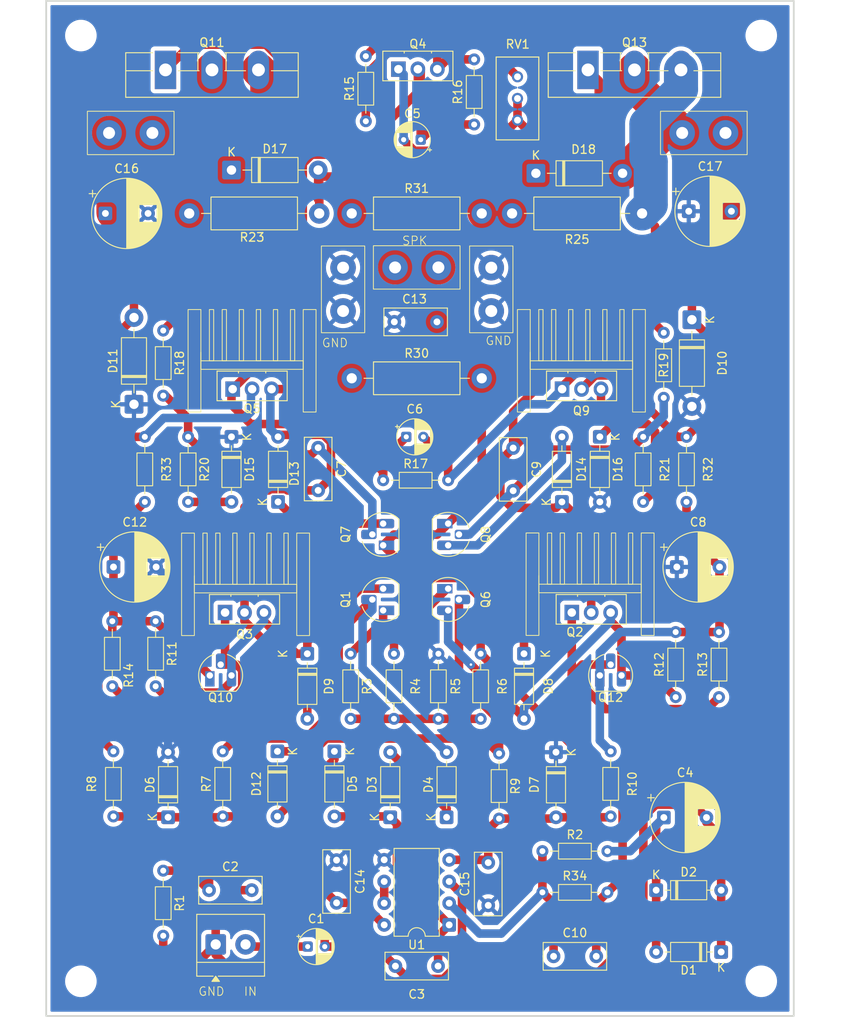
<source format=kicad_pcb>
(kicad_pcb (version 20241229) (generator "pcbnew") (generator_version "9.0")
  (layers (0 "F.Cu" signal) (2 "B.Cu" signal) (13 "F.Paste" user) (15 "B.Paste" user) (5 "F.SilkS" user "F.Silkscreen") (7 "B.SilkS" user "B.Silkscreen") (1 "F.Mask" user) (3 "B.Mask" user) (25 "Edge.Cuts" user))
  (net 0 "")
  (net 1 "Net-(D1-A)")
  (net 2 "GNDA")
  (net 3 "Net-(D3-A)")
  (net 4 "Net-(D3-K)")
  (net 5 "Net-(D4-A)")
  (net 6 "Net-(D8-A)")
  (net 7 "Net-(D12-A)")
  (net 8 "Net-(D9-K)")
  (net 9 "Net-(D14-K)")
  (net 10 "GND")
  (net 11 "Net-(J3-Pin_2)")
  (net 12 "Net-(Q1-E)")
  (net 13 "Net-(D13-A)")
  (net 14 "Net-(Q6-E)")
  (net 15 "/B-")
  (net 16 "Net-(Q7-B)")
  (net 17 "/B+")
  (net 18 "Net-(Q10-B)")
  (net 19 "Net-(Q12-B)")
  (net 20 "Net-(Q10-E)")
  (net 21 "Net-(Q11-E)")
  (net 22 "Net-(Q12-E)")
  (net 23 "Net-(Q13-E)")
  (net 24 "Net-(D12-K)")
  (net 25 "Net-(D13-K)")
  (net 26 "Net-(D14-A)")
  (net 27 "Net-(D15-A)")
  (net 28 "Net-(D16-K)")
  (net 29 "Net-(D17-A)")
  (net 30 "Net-(Q4-B)")
  (net 31 "Net-(Q11-B)")
  (net 32 "Net-(Q8-B)")
  (net 33 "Net-(Q13-B)")
  (net 34 "Net-(C13-Pad2)")
  (net 35 "/SPK")
  (net 36 "Net-(U1A-+)")
  (net 37 "Net-(U1A--)")
  (net 38 "Net-(R3-Pad2)")
  (net 39 "+15V")
  (net 40 "-15V")
  (net 41 "Net-(R15-Pad2)")
  (net 42 "Net-(U1B--)")
  (footprint "Resistor_THT:R_Axial_DIN0411_L9.9mm_D3.6mm_P15.24mm_Horizontal" (layer "F.Cu") (at 93.218 78.232)
    (property "Reference" "R30")
    (property "Value" "10")
  )
  (footprint "Custom:Heatsink" (layer "F.Cu") (at 81.534 75.184)
    (property "Reference" "REF**" (hide yes))
    (property "Value" "Heatsink")
  )
  (footprint "Package_TO_SOT_THT:TO-264-3_Vertical" (layer "F.Cu") (at 71.385 42.12)
    (property "Reference" "Q11")
    (property "Value" "MJL3281C")
  )
  (footprint "Capacitor_THT:C_Rect_L7.2mm_W3.0mm_P5.00mm_FKS2_FKP2_MKS2_MKP2" (layer "F.Cu") (at 109.22 139.954 90)
    (property "Reference" "C15")
    (property "Value" "100n")
  )
  (footprint "Diode_THT:D_DO-35_SOD27_P7.62mm_Horizontal" (layer "F.Cu") (at 88.011 110.49 -90)
    (property "Reference" "D9")
    (property "Value" "1N4148")
  )
  (footprint "Resistor_THT:R_Axial_DIN0204_L3.6mm_D1.6mm_P7.62mm_Horizontal" (layer "F.Cu") (at 96.901 90.17)
    (property "Reference" "R17")
    (property "Value" "100")
  )
  (footprint "Custom:Spade Connector" (layer "F.Cu") (at 134.493 44.423)
    (property "Reference" "J5" (hide yes))
    (property "Value" "B-")
  )
  (footprint "Resistor_THT:R_Axial_DIN0204_L3.6mm_D1.6mm_P7.62mm_Horizontal" (layer "F.Cu") (at 107.569 48.514 90)
    (property "Reference" "R16")
    (property "Value" "2.7k")
  )
  (footprint "Capacitor_THT:C_Rect_L7.2mm_W3.0mm_P5.00mm_FKS2_FKP2_MKS2_MKP2" (layer "F.Cu") (at 98.211 71.628)
    (property "Reference" "C13")
    (property "Value" "100n")
  )
  (footprint "Package_TO_SOT_THT:TO-126-3_Vertical" (layer "F.Cu") (at 79.26 79.502)
    (property "Reference" "Q5")
    (property "Value" "BD139")
  )
  (footprint "Diode_THT:D_DO-35_SOD27_P7.62mm_Horizontal" (layer "F.Cu") (at 128.905 138.176)
    (property "Reference" "D2")
    (property "Value" "1N4148")
  )
  (footprint "Capacitor_THT:C_Rect_L7.2mm_W3.0mm_P5.00mm_FKS2_FKP2_MKS2_MKP2" (layer "F.Cu") (at 98.338 147.066)
    (property "Reference" "C3")
    (property "Value" "22p")
  )
  (footprint "Diode_THT:D_DO-41_SOD81_P10.16mm_Horizontal" (layer "F.Cu") (at 79.121 53.848)
    (property "Reference" "D17")
    (property "Value" "1N4004")
  )
  (footprint "Resistor_THT:R_Axial_DIN0204_L3.6mm_D1.6mm_P7.62mm_Horizontal" (layer "F.Cu") (at 136.271 115.57 90)
    (property "Reference" "R13")
    (property "Value" "33")
  )
  (footprint "Package_TO_SOT_THT:TO-92_HandSolder" (layer "F.Cu") (at 96.901 105.41 90)
    (property "Reference" "Q1")
    (property "Value" "2N5551")
  )
  (footprint "Diode_THT:D_DO-41_SOD81_P10.16mm_Horizontal" (layer "F.Cu") (at 67.691 81.28 90)
    (property "Reference" "D11")
    (property "Value" "1N4004")
  )
  (footprint "Capacitor_THT:CP_Radial_D8.0mm_P5.00mm" (layer "F.Cu") (at 129.804349 129.667)
    (property "Reference" "C4")
    (property "Value" "220u")
  )
  (footprint "Resistor_THT:R_Axial_DIN0204_L3.6mm_D1.6mm_P7.62mm_Horizontal" (layer "F.Cu") (at 94.869 48.133 90)
    (property "Reference" "R15")
    (property "Value" "1k")
  )
  (footprint "Resistor_THT:R_Axial_DIN0204_L3.6mm_D1.6mm_P7.62mm_Horizontal" (layer "F.Cu") (at 115.57 138.43)
    (property "Reference" "R34")
    (property "Value" "33k")
  )
  (footprint "Custom:Spade Connector" (layer "F.Cu") (at 87.122 67.818 90)
    (property "Reference" "J6" (hide yes))
    (property "Value" "GND")
  )
  (footprint "Diode_THT:D_DO-35_SOD27_P7.62mm_Horizontal" (layer "F.Cu") (at 117.856 92.71 90)
    (property "Reference" "D14")
    (property "Value" "1N4148")
  )
  (footprint "Diode_THT:D_DO-35_SOD27_P7.62mm_Horizontal" (layer "F.Cu") (at 113.411 110.49 -90)
    (property "Reference" "D8")
    (property "Value" "1N4148")
  )
  (footprint "Package_TO_SOT_THT:TO-126-3_Vertical" (layer "F.Cu") (at 78.371 105.664)
    (property "Reference" "Q3")
    (property "Value" "BD140")
  )
  (footprint "Resistor_THT:R_Axial_DIN0204_L3.6mm_D1.6mm_P7.62mm_Horizontal" (layer "F.Cu") (at 108.331 118.11 90)
    (property "Reference" "R6")
    (property "Value" "1k")
  )
  (footprint "Capacitor_THT:CP_Radial_D4.0mm_P2.00mm" (layer "F.Cu") (at 88.054401 144.78)
    (property "Reference" "C1")
    (property "Value" "10u")
  )
  (footprint "Diode_THT:D_DO-41_SOD81_P10.16mm_Horizontal" (layer "F.Cu") (at 114.808 54.229)
    (property "Reference" "D18")
    (property "Value" "1N4004")
  )
  (footprint "Resistor_THT:R_Axial_DIN0204_L3.6mm_D1.6mm_P7.62mm_Horizontal" (layer "F.Cu") (at 123.571 129.54 90)
    (property "Reference" "R10")
    (property "Value" "4.7k")
  )
  (footprint "Resistor_THT:R_Axial_DIN0204_L3.6mm_D1.6mm_P7.62mm_Horizontal" (layer "F.Cu") (at 132.461 92.71 90)
    (property "Reference" "R32")
    (property "Value" "33")
  )
  (footprint "Diode_THT:D_DO-35_SOD27_P7.62mm_Horizontal" (layer "F.Cu") (at 136.525 145.415 180)
    (property "Reference" "D1")
    (property "Value" "1N4148")
  )
  (footprint "Resistor_THT:R_Axial_DIN0411_L9.9mm_D3.6mm_P15.24mm_Horizontal" (layer "F.Cu") (at 89.408 58.928 180)
    (property "Reference" "R23")
    (property "Value" "0.22")
  )
  (footprint "Capacitor_THT:C_Rect_L7.2mm_W3.0mm_P5.00mm_FKS2_FKP2_MKS2_MKP2" (layer "F.Cu") (at 112.141 86.4 -90)
    (property "Reference" "C9")
    (property "Value" "470p")
  )
  (footprint "Capacitor_THT:C_Rect_L7.2mm_W3.0mm_P5.00mm_FKS2_FKP2_MKS2_MKP2" (layer "F.Cu") (at 116.88 145.923)
    (property "Reference" "C10")
    (property "Value" "0p")
  )
  (footprint "Capacitor_THT:CP_Radial_D8.0mm_P5.00mm" (layer "F.Cu") (at 65.288349 100.33)
    (property "Reference" "C12")
    (property "Value" "100u")
  )
  (footprint "Resistor_THT:R_Axial_DIN0204_L3.6mm_D1.6mm_P7.62mm_Horizontal" (layer "F.Cu") (at 115.57 133.604)
    (property "Reference" "R2")
    (property "Value" "1k")
  )
  (footprint "Diode_THT:D_DO-35_SOD27_P7.62mm_Horizontal" (layer "F.Cu") (at 91.186 121.92 -90)
    (property "Reference" "D5")
    (property "Value" "1N4148")
  )
  (footprint "Resistor_THT:R_Axial_DIN0204_L3.6mm_D1.6mm_P7.62mm_Horizontal" (layer "F.Cu") (at 98.171 118.11 90)
    (property "Reference" "R4")
    (property "Value" "330")
  )
  (footprint "Resistor_THT:R_Axial_DIN0204_L3.6mm_D1.6mm_P7.62mm_Horizontal" (layer "F.Cu") (at 127.381 92.71 90)
    (property "Reference" "R21")
    (property "Value" "4.7k")
  )
  (footprint "Package_TO_SOT_THT:TO-126-3_Vertical" (layer "F.Cu") (at 119.011 105.664)
    (property "Reference" "Q2")
    (property "Value" "BD139")
  )
  (footprint "Custom:Spade Connector" (layer "F.Cu") (at 100.838 60.171)
    (property "Reference" "J2" (hide yes))
    (property "Value" "SPK")
  )
  (footprint "Resistor_THT:R_Axial_DIN0204_L3.6mm_D1.6mm_P7.62mm_Horizontal" (layer "F.Cu") (at 70.231 106.68 -90)
    (property "Reference" "R11")
    (property "Value" "560")
  )
  (footprint "Resistor_THT:R_Axial_DIN0204_L3.6mm_D1.6mm_P7.62mm_Horizontal" (layer "F.Cu") (at 110.49 122.174 -90)
    (property "Reference" "R9")
    (property "Value" "10k")
  )
  (footprint "Capacitor_THT:C_Rect_L7.2mm_W3.0mm_P5.00mm_FKS2_FKP2_MKS2_MKP2" (layer "F.Cu") (at 89.281 86.36 -90)
    (property "Reference" "C7")
    (property "Value" "470p")
  )
  (footprint "Capacitor_THT:C_Rect_L7.2mm_W3.0mm_P5.00mm_FKS2_FKP2_MKS2_MKP2" (layer "F.Cu") (at 91.44 134.66 -90)
    (property "Reference" "C14")
    (property "Value" "100n")
  )
  (footprint "Diode_THT:D_DO-35_SOD27_P7.62mm_Horizontal" (layer "F.Cu") (at 84.582 92.71 90)
    (property "Reference" "D13")
    (property "Value" "1N4148")
  )
  (footprint "Custom:Spade Connector" (layer "F.Cu") (at 104.494 67.818 90)
    (property "Reference" "J4" (hide yes))
    (property "Value" "GND")
  )
  (footprint "Resistor_THT:R_Axial_DIN0204_L3.6mm_D1.6mm_P7.62mm_Horizontal" (layer "F.Cu") (at 103.378 118.11 90)
    (property "Reference" "R5")
    (property "Value" "330")
  )
  (footprint "Capacitor_THT:CP_Radial_D8.0mm_P5.00mm" (layer "F.Cu") (at 132.725349 58.674)
    (property "Reference" "C17")
    (property "Value" "100u")
  )
  (footprint "MountingHole:MountingHole_3.2mm_M3" (layer "F.Cu") (at 61.468 38.1)
    (property "Reference" "REF**" (hide yes))
    (property "Value" "MountingHole_3.2mm_M3")
  )
  (footprint "Resistor_THT:R_Axial_DIN0204_L3.6mm_D1.6mm_P7.62mm_Horizontal" (layer "F.Cu") (at 71.12 135.89 -90)
    (property "Reference" "R1")
    (property "Value" "33k")
  )
  (footprint "Diode_THT:D_DO-35_SOD27_P7.62mm_Horizontal" (layer "F.Cu") (at 71.688333 129.64 90)
    (property "Reference" "D6")
    (property "Value" "1N5245B")
  )
  (footprint "Resistor_THT:R_Axial_DIN0204_L3.6mm_D1.6mm_P7.62mm_Horizontal" (layer "F.Cu") (at 93.091 110.49 -90)
    (property "Reference" "R3")
    (property "Value" "330")
  )
  (footprint "Diode_THT:D_DO-35_SOD27_P7.62mm_Horizontal" (layer "F.Cu") (at 79.121 85.09 -90)
    (property "Reference" "D15")
    (property "Value" "1N4148")
  )
  (footprint "Package_TO_SOT_THT:TO-126-3_Vertical" (layer "F.Cu") (at 117.88 79.502)
    (property "Reference" "Q9")
    (property "Value" "BD140")
  )
  (footprint "Diode_THT:D_DO-35_SOD27_P7.62mm_Horizontal" (layer "F.Cu") (at 122.301 85.09 -90)
    (property "Reference" "D16")
    (property "Value" "1N4148")
  )
  (footprint "Resistor_THT:R_Axial_DIN0204_L3.6mm_D1.6mm_P7.62mm_Horizontal" (layer "F.Cu") (at 65.278 121.92 -90)
    (property "Reference" "R8")
    (property "Value" "4.7k")
  )
  (footprint "Resistor_THT:R_Axial_DIN0411_L9.9mm_D3.6mm_P15.24mm_Horizontal" (layer "F.Cu") (at 93.218 58.928)
    (property "Reference" "R31")
    (property "Value" "10")
  )
  (footprint "Package_TO_SOT_THT:TO-92_HandSolder" (layer "F.Cu") (at 76.581 113.03)
    (property "Reference" "Q10")
    (property "Value" "2N2906")
  )
  (footprint "MountingHole:MountingHole_3.2mm_M3" (layer "F.Cu") (at 141.224 148.844)
    (property "Reference" "REF**" (hide yes))
    (property "Value" "MountingHole_3.2mm_M3")
  )
  (footprint "Resistor_THT:R_Axial_DIN0411_L9.9mm_D3.6mm_P15.24mm_Horizontal" (layer "F.Cu") (at 127.254 58.928 180)
    (property "Reference" "R25")
    (property "Value" "0.22")
  )
  (footprint "Custom:Heatsink" (layer "F.Cu") (at 121.158 101.346)
    (property "Reference" "REF**" (hide yes))
    (property "Value" "Heatsink")
  )
  (footprint "Resistor_THT:R_Axial_DIN0204_L3.6mm_D1.6mm_P7.62mm_Horizontal" (layer "F.Cu") (at 65.151 106.68 -90)
    (property "Reference" "R14")
    (property "Value" "33")
  )
  (footprint "Capacitor_THT:CP_Radial_D4.0mm_P2.00mm" (layer "F.Cu") (at 101.3026 50.292 180)
    (property "Reference" "C5")
    (property "Value" "10u")
  )
  (footprint "Resistor_THT:R_Axial_DIN0204_L3.6mm_D1.6mm_P7.62mm_Horizontal" (layer "F.Cu") (at 71.12 72.644 -90)
    (property "Reference" "R18")
    (property "Value" "1k")
  )
  (footprint "Resistor_THT:R_Axial_DIN0204_L3.6mm_D1.6mm_P7.62mm_Horizontal" (layer "F.Cu") (at 74.041 85.09 -90)
    (property "Reference" "R20")
    (property "Value" "4.7k")
  )
  (footprint "Diode_THT:D_DO-35_SOD27_P7.62mm_Horizontal" (layer "F.Cu") (at 117.160667 122.02 -90)
    (property "Reference" "D7")
    (property "Value" "1N5245B")
  )
  (footprint "Diode_THT:D_DO-41_SOD81_P10.16mm_Horizontal" (layer "F.Cu") (at 133.096 71.374 -90)
    (property "Reference" "D10")
    (property "Value" "1N4004")
  )
  (footprint "Package_TO_SOT_THT:TO-92_HandSolder" (layer "F.Cu") (at 96.901 97.79 90)
    (property "Reference" "Q7")
    (property "Value" "2N5551")
  )
  (footprint "Custom:TRIM_T93YA103KT20" (layer "F.Cu") (at 112.649 45.466)
    (property "Reference" "RV1")
    (property "Value" "2k")
  )
  (footprint "TerminalBlock_4Ucon:TerminalBlock_4Ucon_1x02_P3.50mm_Horizontal" (layer "F.Cu") (at 77.272 144.526)
    (property "Reference" "J3" (hide yes))
    (property "Value" "INPUT")
  )
  (footprint "Custom:Heatsink" (layer "F.Cu") (at 80.772 101.362)
    (property "Reference" "REF**" (hide yes))
    (property "Value" "Heatsink")
  )
  (footprint "Resistor_THT:R_Axial_DIN0204_L3.6mm_D1.6mm_P7.62mm_Horizontal" (layer "F.Cu") (at 129.794 72.898 -90)
    (property "Reference" "R19")
    (property "Value" "1k")
  )
  (footprint "Package_TO_SOT_THT:TO-92_HandSolder" (layer "F.Cu") (at 104.521 95.25 -90)
    (property "Reference" "Q8")
    (property "Value" "2N5401")
  )
  (footprint "MountingHole:MountingHole_3.2mm_M3" (layer "F.Cu") (at 61.468 148.844)
    (property "Reference" "REF**" (hide yes))
    (property "Value" "MountingHole_3.2mm_M3")
  )
  (footprint "Package_TO_SOT_THT:TO-126-3_Vertical" (layer "F.Cu") (at 98.691 42.037)
    (property "Reference" "Q4")
    (property "Value" "BD139")
  )
  (footprint "Resistor_THT:R_Axial_DIN0204_L3.6mm_D1.6mm_P7.62mm_Horizontal" (layer "F.Cu") (at 131.191 115.57 90)
    (property "Reference" "R12")
    (property "Value" "560")
  )
  (footprint "Package_TO_SOT_THT:TO-92_HandSolder" (layer "F.Cu") (at 122.301 113.03)
    (property "Reference" "Q12")
    (property "Value" "2N2904")
  )
  (footprint "Resistor_THT:R_Axial_DIN0204_L3.6mm_D1.6mm_P7.62mm_Horizontal" (layer "F.Cu") (at 78.098667 129.54 90)
    (property "Reference" "R7")
    (property "Value" "10k")
  )
  (footprint "Package_TO_SOT_THT:TO-92_HandSolder" (layer "F.Cu") (at 104.521 102.87 -90)
    (property "Reference" "Q6")
    (property "Value" "2N5401")
  )
  (footprint "MountingHole:MountingHole_3.2mm_M3" (layer "F.Cu") (at 141.224 38.1)
    (property "Reference" "REF**" (hide yes))
    (property "Value" "MountingHole_3.2mm_M3")
  )
  (footprint "Capacitor_THT:C_Rect_L7.2mm_W3.0mm_P5.00mm_FKS2_FKP2_MKS2_MKP2" (layer "F.Cu") (at 76.494 138.176)
    (property "Reference" "C2")
    (property "Value" "220p")
  )
  (footprint "Custom:Spade Connector" (layer "F.Cu") (at 67.31 44.423)
    (property "Reference" "J1" (hide yes))
    (property "Value" "B+")
  )
  (footprint "Capacitor_THT:CP_Radial_D4.0mm_P2.00mm" (layer "F.Cu") (at 99.611401 85.09)
    (property "Reference" "C6")
    (property "Value" "1u")
  )
  (footprint "Diode_THT:D_DO-35_SOD27_P7.62mm_Horizontal" (layer "F.Cu") (at 84.509 121.92 -90)
    (property "Reference" "D12")
    (property "Value" "1N4148")
  )
  (footprint "Package_DIP:DIP-8_W7.62mm" (layer "F.Cu") (at 104.643 142.24 180)
    (property "Reference" "U1")
    (property "Value" "LM4562")
  )
  (footprint "Capacitor_THT:CP_Radial_D8.0mm_P5.00mm" (layer "F.Cu") (at 131.328349 100.33)
    (property "Reference" "C8")
    (property "Value" "100u")
  )
  (footprint "Resistor_THT:R_Axial_DIN0204_L3.6mm_D1.6mm_P7.62mm_Horizontal" (layer "F.Cu") (at 68.961 92.71 90)
    (property "Reference" "R33")
    (property "Value" "33")
  )
  (footprint "Capacitor_THT:CP_Radial_D8.0mm_P5.00mm" (layer "F.Cu") (at 64.342 58.928)
    (property "Reference" "C16")
    (property "Value" "100u")
  )
  (footprint "Package_TO_SOT_THT:TO-264-3_Vertical" (layer "F.Cu") (at 120.915 42.12)
    (property "Reference" "Q13")
    (property "Value" "MJL1302C")
  )
  (footprint "Custom:Heatsink" (layer "F.Cu") (at 120.142 75.184)
    (property "Reference" "REF**" (hide yes))
    (property "Value" "Heatsink")
  )
  (footprint "Diode_THT:D_DO-35_SOD27_P7.62mm_Horizontal" (layer "F.Cu") (at 104.34 129.64 90)
    (property "Reference" "D4")
    (property "Value" "1N4148")
  )
  (footprint "Diode_THT:D_DO-35_SOD27_P7.62mm_Horizontal" (layer "F.Cu") (at 97.729667 129.64 90)
    (property "Reference" "D3")
    (property "Value" "1N4148")
  )
  (gr_rect (start 57.404 34.036) (end 145.034 152.908) (stroke (width 0.2)) (fill no) (layer "Edge.Cuts"))
  (gr_text "GND" (at 89.662 74.676 0) (layer "F.SilkS") (effects (font (size 1 1) (thickness 0.1)) (justify left bottom)))
  (gr_text "GND" (at 108.839 74.422 0) (layer "F.SilkS") (effects (font (size 1 1) (thickness 0.1)) (justify left bottom)))
  (gr_text "SPK" (at 99.06 62.711 0) (layer "F.SilkS") (effects (font (size 1 1) (thickness 0.1)) (justify left bottom)))
  (gr_text "IN" (at 80.518 150.622 0) (layer "F.SilkS") (effects (font (size 1 1) (thickness 0.1)) (justify left bottom)))
  (gr_text "GND" (at 75.184 150.622 0) (layer "F.SilkS") (effects (font (size 1 1) (thickness 0.1)) (justify left bottom)))
  (segment (start 128.905 138.176) (end 128.905 130.566349) (width 1) (layer "F.Cu") (net 1))
  (segment (start 128.905 145.415) (end 128.905 138.176) (width 1) (layer "F.Cu") (net 1))
  (segment (start 128.905 130.566349) (end 129.804349 129.667) (width 1) (layer "F.Cu") (net 1))
  (segment (start 123.19 133.604) (end 125.867349 133.604) (width 1) (layer "B.Cu") (net 1))
  (segment (start 125.867349 133.604) (end 129.804349 129.667) (width 1) (layer "B.Cu") (net 1))
  (segment (start 134.804349 130.232349) (end 136.525 131.953) (width 1) (layer "F.Cu") (net 2))
  (segment (start 77.272 140.747) (end 79.843 138.176) (width 1) (layer "F.Cu") (net 2))
  (segment (start 136.525 138.176) (end 136.525 145.415) (width 1) (layer "F.Cu") (net 2))
  (segment (start 77.272 145.725999) (end 81.336001 149.79) (width 1) (layer "F.Cu") (net 2))
  (segment (start 77.272 144.526) (end 77.272 140.747) (width 1) (layer "F.Cu") (net 2))
  (segment (start 77.272 144.526) (end 74.154 147.644) (width 1) (layer "F.Cu") (net 2))
  (segment (start 134.804349 129.667) (end 134.804349 130.232349) (width 1) (layer "F.Cu") (net 2))
  (segment (start 104.433791 149.79) (end 104.457791 149.766) (width 1) (layer "F.Cu") (net 2))
  (segment (start 81.336001 149.79) (end 104.433791 149.79) (width 1) (layer "F.Cu") (net 2))
  (segment (start 77.272 144.526) (end 77.272 145.725999) (width 1) (layer "F.Cu") (net 2))
  (segment (start 127.404 129.615505) (end 128.853505 128.166) (width 1) (layer "F.Cu") (net 2))
  (segment (start 128.853505 128.166) (end 133.303349 128.166) (width 1) (layer "F.Cu") (net 2))
  (segment (start 71.19 147.644) (end 71.12 147.574) (width 1) (layer "F.Cu") (net 2))
  (segment (start 127.404 142.521735) (end 127.404 129.615505) (width 1) (layer "F.Cu") (net 2))
  (segment (start 104.457791 149.766) (end 120.159735 149.766) (width 1) (layer "F.Cu") (net 2))
  (segment (start 136.525 131.953) (end 136.525 138.176) (width 1) (layer "F.Cu") (net 2))
  (segment (start 74.154 147.644) (end 71.19 147.644) (width 1) (layer "F.Cu") (net 2))
  (segment (start 120.159735 149.766) (end 127.404 142.521735) (width 1) (layer "F.Cu") (net 2))
  (segment (start 133.303349 128.166) (end 134.804349 129.667) (width 1) (layer "F.Cu") (net 2))
  (segment (start 71.12 147.574) (end 71.12 143.51) (width 1) (layer "F.Cu") (net 2))
  (segment (start 79.843 138.176) (end 81.494 138.176) (width 1) (layer "F.Cu") (net 2))
  (segment (start 97.729667 122.02) (end 104.34 128.630333) (width 1) (layer "F.Cu") (net 3))
  (segment (start 104.34 128.630333) (end 104.34 129.64) (width 1) (layer "F.Cu") (net 3))
  (segment (start 103.338 147.066) (end 103.338 143.545) (width 1) (layer "F.Cu") (net 4))
  (segment (start 103.338 143.545) (end 104.643 142.24) (width 1) (layer "F.Cu") (net 4))
  (segment (start 98.524 136.121) (end 104.643 142.24) (width 1) (layer "F.Cu") (net 4))
  (segment (start 97.729667 129.64) (end 98.524 130.434333) (width 1) (layer "F.Cu") (net 4))
  (segment (start 91.186 129.54) (end 97.629667 129.54) (width 1) (layer "F.Cu") (net 4))
  (segment (start 98.524 130.434333) (end 98.524 136.121) (width 1) (layer "F.Cu") (net 4))
  (segment (start 79.599667 120.419) (end 78.098667 121.92) (width 1) (layer "F.Cu") (net 5))
  (segment (start 91.69 116.553735) (end 87.824735 120.419) (width 1) (layer "F.Cu") (net 5))
  (segment (start 91.69 108.081) (end 91.69 116.553735) (width 1) (layer "F.Cu") (net 5))
  (segment (start 95.631 104.14) (end 91.69 108.081) (width 1) (layer "F.Cu") (net 5))
  (segment (start 87.824735 120.419) (end 79.599667 120.419) (width 1) (layer "F.Cu") (net 5))
  (segment (start 94.492 106.516616) (end 95.631 105.377616) (width 1) (layer "B.Cu") (net 5))
  (segment (start 94.492 112.172) (end 94.492 106.516616) (width 1) (layer "B.Cu") (net 5))
  (segment (start 104.34 122.02) (end 94.492 112.172) (width 1) (layer "B.Cu") (net 5))
  (segment (start 95.631 105.377616) (end 95.631 104.14) (width 1) (layer "B.Cu") (net 5))
  (segment (start 124.841 113.03) (end 128.651 113.03) (width 1) (layer "F.Cu") (net 6))
  (segment (start 128.651 113.03) (end 131.191 115.57) (width 1) (layer "F.Cu") (net 6))
  (segment (start 123.571 106.68) (end 124.841 107.95) (width 1) (layer "F.Cu") (net 6))
  (segment (start 123.571 105.664) (end 123.571 106.68) (width 1) (layer "F.Cu") (net 6))
  (segment (start 113.411 117.983) (end 107.188 111.76) (width 1) (layer "F.Cu") (net 6))
  (segment (start 124.841 107.95) (end 124.841 113.03) (width 1) (layer "F.Cu") (net 6))
  (via (at 107.188 111.76) (size 0.6) (drill 0.3) (layers "F.Cu" "B.Cu") (net 6))
  (segment (start 113.411 116.84) (end 123.571 106.68) (width 1) (layer "B.Cu") (net 6))
  (segment (start 104.521 109.093) (end 104.521 105.41) (width 1) (layer "B.Cu") (net 6))
  (segment (start 123.571 106.68) (end 123.571 105.664) (width 1) (layer "B.Cu") (net 6))
  (segment (start 107.188 111.76) (end 104.521 109.093) (width 1) (layer "B.Cu") (net 6))
  (segment (start 113.411 118.11) (end 113.411 116.84) (width 1) (layer "B.Cu") (net 6))
  (segment (start 84.509 129.54) (end 91.186 122.863) (width 1) (layer "F.Cu") (net 7))
  (segment (start 91.186 122.863) (end 91.186 121.92) (width 1) (layer "F.Cu") (net 7))
  (segment (start 82.931 106.68) (end 82.931 105.41) (width 1) (layer "F.Cu") (net 8))
  (segment (start 86.741 110.49) (end 82.931 106.68) (width 1) (layer "F.Cu") (net 8))
  (segment (start 70.962 115.031) (end 70.231 114.3) (width 1) (layer "F.Cu") (net 8))
  (segment (start 79.121 113.742) (end 77.832 115.031) (width 1) (layer "F.Cu") (net 8))
  (segment (start 77.832 115.031) (end 70.962 115.031) (width 1) (layer "F.Cu") (net 8))
  (segment (start 96.901 102.87) (end 94.213108 102.87) (width 1) (layer "F.Cu") (net 8))
  (segment (start 88.011 110.49) (end 86.741 110.49) (width 1) (layer "F.Cu") (net 8))
  (segment (start 94.213108 102.87) (end 88.011 109.072108) (width 1) (layer "F.Cu") (net 8))
  (segment (start 88.011 109.072108) (end 88.011 110.49) (width 1) (layer "F.Cu") (net 8))
  (segment (start 79.121 110.49) (end 82.931 106.68) (width 1) (layer "B.Cu") (net 8))
  (segment (start 79.121 113.03) (end 79.121 110.49) (width 1) (layer "B.Cu") (net 8))
  (segment (start 82.931 106.68) (end 82.931 105.41) (width 1) (layer "B.Cu") (net 8))
  (segment (start 112.141 86.4) (end 115.66 82.881) (width 1) (layer "F.Cu") (net 9))
  (segment (start 112.141 82.169) (end 112.141 86.4) (width 1) (layer "F.Cu") (net 9))
  (segment (start 112.649 48.006) (end 119.38 54.737) (width 1) (layer "F.Cu") (net 9))
  (segment (start 121.291 103.378) (end 118.14 103.378) (width 1) (layer "F.Cu") (net 9))
  (segment (start 110.64 92.021735) (end 112.019264 93.400999) (width 1) (layer "F.Cu") (net 9))
  (segment (start 112.019264 93.400999) (end 117.165001 93.400999) (width 1) (layer "F.Cu") (net 9))
  (segment (start 109.062 51.593) (end 100.551756 51.593) (width 1) (layer "F.Cu") (net 9))
  (segment (start 121.291 96.145) (end 121.291 103.378) (width 1) (layer "F.Cu") (net 9))
  (segment (start 112.649 48.006) (end 109.062 51.593) (width 1) (layer "F.Cu") (net 9))
  (segment (start 118.14 103.378) (end 113.411 108.107) (width 1) (layer "F.Cu") (net 9))
  (segment (start 117.856 92.71) (end 121.291 96.145) (width 1) (layer "F.Cu") (net 9))
  (segment (start 112.141 86.4) (end 110.64 87.901) (width 1) (layer "F.Cu") (net 9))
  (segment (start 119.38 54.737) (end 119.38 74.93) (width 1) (layer "F.Cu") (net 9))
  (segment (start 113.411 108.107) (end 113.411 110.49) (width 1) (layer "F.Cu") (net 9))
  (segment (start 117.165001 93.400999) (end 117.856 92.71) (width 1) (layer "F.Cu") (net 9))
  (segment (start 121.291 103.378) (end 121.291 105.664) (width 1) (layer "F.Cu") (net 9))
  (segment (start 100.551756 51.593) (end 99.3026 50.343844) (width 1) (layer "F.Cu") (net 9))
  (segment (start 115.66 82.881) (end 120.7 82.881) (width 1) (layer "F.Cu") (net 9))
  (segment (start 112.649 45.466) (end 112.649 48.006) (width 1) (layer "F.Cu") (net 9))
  (segment (start 119.38 74.93) (end 112.141 82.169) (width 1) (layer "F.Cu") (net 9))
  (segment (start 120.7 82.881) (end 122.44 81.141) (width 1) (layer "F.Cu") (net 9))
  (segment (start 110.64 87.901) (end 110.64 92.021735) (width 1) (layer "F.Cu") (net 9))
  (segment (start 122.44 81.141) (end 122.44 79.502) (width 1) (layer "F.Cu") (net 9))
  (segment (start 99.3026 50.292) (end 99.3026 42.6486) (width 1) (layer "B.Cu") (net 9))
  (segment (start 99.3026 42.6486) (end 98.691 42.037) (width 1) (layer "B.Cu") (net 9))
  (segment (start 71.688333 101.729984) (end 70.288349 100.33) (width 1) (layer "B.Cu") (net 10))
  (segment (start 71.688333 122.02) (end 71.688333 101.729984) (width 1) (layer "B.Cu") (net 10))
  (segment (start 88.054401 144.78) (end 81.026 144.78) (width 1) (layer "F.Cu") (net 11))
  (segment (start 96.901 105.41) (end 96.901 106.68) (width 1) (layer "F.Cu") (net 12))
  (segment (start 96.901 106.68) (end 93.091 110.49) (width 1) (layer "F.Cu") (net 12))
  (segment (start 103.0806 48.514) (end 101.3026 50.292) (width 1) (layer "F.Cu") (net 13))
  (segment (start 100.971 44.704999) (end 100.971 42.037) (width 1) (layer "F.Cu") (net 13))
  (segment (start 90.782 89.859) (end 89.281 91.36) (width 1) (layer "F.Cu") (net 13))
  (segment (start 85.532844 91.209) (end 85.683844 91.36) (width 1) (layer "F.Cu") (net 13))
  (segment (start 87.48 77.436) (end 87.48 53.102001) (width 1) (layer "F.Cu") (net 13))
  (segment (start 87.48 53.102001) (end 88.535001 52.047) (width 1) (layer "F.Cu") (net 13))
  (segment (start 88.011 118.11) (end 88.011 114.04) (width 1) (layer "F.Cu") (net 13))
  (segment (start 83.82 79.502) (end 85.414 79.502) (width 1) (layer "F.Cu") (net 13))
  (segment (start 88.535001 52.047) (end 93.628999 52.047) (width 1) (layer "F.Cu") (net 13))
  (segment (start 101.3026 42.3686) (end 100.971 42.037) (width 1) (layer "F.Cu") (net 13))
  (segment (start 107.569 48.514) (end 103.0806 48.514) (width 1) (layer "F.Cu") (net 13))
  (segment (start 84.582 85.09) (end 84.813 84.859) (width 1) (layer "F.Cu") (net 13))
  (segment (start 80.651 106.68) (end 80.651 93.339) (width 1) (layer "F.Cu") (net 13))
  (segment (start 93.628999 52.047) (end 100.971 44.704999) (width 1) (layer "F.Cu") (net 13))
  (segment (start 85.683844 91.36) (end 89.281 91.36) (width 1) (layer "F.Cu") (net 13))
  (segment (start 83.631156 91.209) (end 85.532844 91.209) (width 1) (layer "F.Cu") (net 13))
  (segment (start 89.902735 84.859) (end 90.782 85.738265) (width 1) (layer "F.Cu") (net 13))
  (segment (start 85.414 79.502) (end 87.48 77.436) (width 1) (layer "F.Cu") (net 13))
  (segment (start 88.011 114.04) (end 80.651 106.68) (width 1) (layer "F.Cu") (net 13))
  (segment (start 90.782 85.738265) (end 90.782 89.859) (width 1) (layer "F.Cu") (net 13))
  (segment (start 80.651 93.339) (end 82.63 91.36) (width 1) (layer "F.Cu") (net 13))
  (segment (start 82.63 91.36) (end 83.480156 91.36) (width 1) (layer "F.Cu") (net 13))
  (segment (start 83.480156 91.36) (end 83.631156 91.209) (width 1) (layer "F.Cu") (net 13))
  (segment (start 84.813 84.859) (end 89.902735 84.859) (width 1) (layer "F.Cu") (net 13))
  (segment (start 101.3026 50.292) (end 101.3026 42.3686) (width 1) (layer "F.Cu") (net 13))
  (segment (start 83.681 79.641) (end 83.681 84.189) (width 1) (layer "B.Cu") (net 13))
  (segment (start 83.681 84.189) (end 84.582 85.09) (width 1) (layer "B.Cu") (net 13))
  (segment (start 83.82 79.502) (end 83.681 79.641) (width 1) (layer "B.Cu") (net 13))
  (segment (start 98.171 109.072108) (end 104.373108 102.87) (width 1) (layer "F.Cu") (net 14))
  (segment (start 98.171 110.49) (end 98.171 109.072108) (width 1) (layer "F.Cu") (net 14))
  (segment (start 120.16 79.502) (end 120.16 79.23) (width 1) (layer "F.Cu") (net 15))
  (segment (start 136.652 74.93) (end 136.652 80.899) (width 1) (layer "F.Cu") (net 15))
  (segment (start 120.16 79.502) (end 121.761 77.901) (width 1) (layer "F.Cu") (net 15))
  (segment (start 131.953 49.503) (end 129.694 49.503) (width 4) (layer "F.Cu") (net 15))
  (segment (start 136.652 80.899) (end 132.461 85.09) (width 1) (layer "F.Cu") (net 15))
  (segment (start 124.179686 77.901) (end 131.368686 85.09) (width 1) (layer "F.Cu") (net 15))
  (segment (start 129.694 49.503) (end 124.968 54.229) (width 4) (layer "F.Cu") (net 15))
  (segment (start 126.365 43.915) (end 131.953 49.503) (width 4) (layer "F.Cu") (net 15))
  (segment (start 133.096 71.374) (end 133.096 62.033349) (width 1) (layer "F.Cu") (net 15))
  (segment (start 137.033 49.503) (end 137.033 58.096349) (width 4) (layer "F.Cu") (net 15))
  (segment (start 131.953 49.503) (end 137.033 49.503) (width 4) (layer "F.Cu") (net 15))
  (segment (start 133.096 62.033349) (end 136.328349 58.801) (width 1) (layer "F.Cu") (net 15))
  (segment (start 131.368686 85.09) (end 132.461 85.09) (width 1) (layer "F.Cu") (net 15))
  (segment (start 133.096 71.374) (end 136.652 74.93) (width 1) (layer "F.Cu") (net 15))
  (segment (start 126.365 42.12) (end 126.365 43.915) (width 4) (layer "F.Cu") (net 15))
  (segment (start 121.761 77.901) (end 124.179686 77.901) (width 1) (layer "F.Cu") (net 15))
  (segment (start 74.041 85.09) (end 74.041 82.931) (width 1) (layer "F.Cu") (net 16))
  (segment (start 71.374 80.264) (end 71.12 80.264) (width 1) (layer "F.Cu") (net 16))
  (segment (start 89.281 86.36) (end 88.481001 87.159999) (width 1) (layer "F.Cu") (net 16))
  (segment (start 74.041 82.931) (end 71.374 80.264) (width 1) (layer "F.Cu") (net 16))
  (segment (start 76.110999 87.159999) (end 74.041 85.09) (width 1) (layer "F.Cu") (net 16))
  (segment (start 88.481001 87.159999) (end 76.110999 87.159999) (width 1) (layer "F.Cu") (net 16))
  (segment (start 95.631 96.52) (end 95.631 92.71) (width 1) (layer "B.Cu") (net 16))
  (segment (start 95.631 92.71) (end 89.281 86.36) (width 1) (layer "B.Cu") (net 16))
  (segment (start 76.835 42.12) (end 76.835 44.572) (width 4) (layer "F.Cu") (net 17))
  (segment (start 64.77 49.503) (end 69.85 49.503) (width 4) (layer "F.Cu") (net 17))
  (segment (start 65.532 73.279) (end 65.532 84.074) (width 1) (layer "F.Cu") (net 17))
  (segment (start 66.548 85.09) (end 68.961 85.09) (width 1) (layer "F.Cu") (net 17))
  (segment (start 69.85 49.503) (end 74.776 49.503) (width 4) (layer "F.Cu") (net 17))
  (segment (start 65.532 84.074) (end 66.548 85.09) (width 1) (layer "F.Cu") (net 17))
  (segment (start 65.288349 58.801) (end 65.288349 50.021349) (width 4) (layer "F.Cu") (net 17))
  (segment (start 67.691 71.12) (end 65.532 73.279) (width 1) (layer "F.Cu") (net 17))
  (segment (start 74.776 49.503) (end 79.121 53.848) (width 4) (layer "F.Cu") (net 17))
  (segment (start 65.288349 50.021349) (end 64.77 49.503) (width 4) (layer "F.Cu") (net 17))
  (segment (start 67.691 71.12) (end 67.691 61.203651) (width 1) (layer "F.Cu") (net 17))
  (segment (start 71.904 49.503) (end 69.85 49.503) (width 4) (layer "F.Cu") (net 17))
  (segment (start 76.835 44.572) (end 71.904 49.503) (width 4) (layer "F.Cu") (net 17))
  (segment (start 67.691 61.203651) (end 65.288349 58.801) (width 1) (layer "F.Cu") (net 17))
  (segment (start 81.401 79.641) (end 81.54 79.502) (width 1) (layer "B.Cu") (net 17))
  (segment (start 68.961 85.09) (end 71.17 82.881) (width 1) (layer "B.Cu") (net 17))
  (segment (start 81.401 82.157) (end 81.401 79.641) (width 1) (layer "B.Cu") (net 17))
  (segment (start 71.17 82.881) (end 80.677 82.881) (width 1) (layer "B.Cu") (net 17))
  (segment (start 80.677 82.881) (end 81.401 82.157) (width 1) (layer "B.Cu") (net 17))
  (segment (start 80.372 114.466892) (end 80.372 112.393108) (width 1) (layer "F.Cu") (net 18))
  (segment (start 79.738892 111.76) (end 77.851 111.76) (width 1) (layer "F.Cu") (net 18))
  (segment (start 67.083 116.232) (end 78.606892 116.232) (width 1) (layer "F.Cu") (net 18))
  (segment (start 78.606892 116.232) (end 80.372 114.466892) (width 1) (layer "F.Cu") (net 18))
  (segment (start 80.372 112.393108) (end 79.738892 111.76) (width 1) (layer "F.Cu") (net 18))
  (segment (start 78.371 111.24) (end 78.371 105.41) (width 1) (layer "F.Cu") (net 18))
  (segment (start 77.851 111.76) (end 78.371 111.24) (width 1) (layer "F.Cu") (net 18))
  (segment (start 65.151 114.3) (end 67.083 116.232) (width 1) (layer "F.Cu") (net 18))
  (segment (start 136.271 115.57) (end 134.87 116.971) (width 1) (layer "F.Cu") (net 19))
  (segment (start 134.87 116.971) (end 122.99 116.971) (width 1) (layer "F.Cu") (net 19))
  (segment (start 122.99 116.971) (end 119.011 112.992) (width 1) (layer "F.Cu") (net 19))
  (segment (start 123.571 111.76) (end 120.243 111.76) (width 1) (layer "F.Cu") (net 19))
  (segment (start 119.011 112.992) (end 119.011 105.664) (width 1) (layer "F.Cu") (net 19))
  (segment (start 120.243 111.76) (end 119.011 112.992) (width 1) (layer "F.Cu") (net 19))
  (segment (start 63.5 111.76) (end 65.151 110.109) (width 1) (layer "F.Cu") (net 20))
  (segment (start 65.278 121.92) (end 63.5 120.142) (width 1) (layer "F.Cu") (net 20))
  (segment (start 65.151 106.68) (end 70.231 106.68) (width 1) (layer "F.Cu") (net 20))
  (segment (start 65.288349 96.382651) (end 68.961 92.71) (width 1) (layer "F.Cu") (net 20))
  (segment (start 65.151 110.109) (end 65.151 106.68) (width 1) (layer "F.Cu") (net 20))
  (segment (start 70.231 106.68) (end 76.581 113.03) (width 1) (layer "F.Cu") (net 20))
  (segment (start 65.288349 100.33) (end 65.288349 106.542651) (width 1) (layer "F.Cu") (net 20))
  (segment (start 63.5 120.142) (end 63.5 111.76) (width 1) (layer "F.Cu") (net 20))
  (segment (start 65.288349 100.33) (end 65.288349 96.382651) (width 1) (layer "F.Cu") (net 20))
  (segment (start 71.12 72.644) (end 72.39 71.374) (width 1) (layer "F.Cu") (net 21))
  (segment (start 72.39 71.374) (end 72.39 60.706) (width 1) (layer "F.Cu") (net 21))
  (segment (start 82.285 42.12) (end 83.322 43.157) (width 4) (layer "F.Cu") (net 21))
  (segment (start 72.39 60.706) (end 74.168 58.928) (width 1) (layer "F.Cu") (net 21))
  (segment (start 83.322 55.588112) (end 79.982112 58.928) (width 4) (layer "F.Cu") (net 21))
  (segment (start 79.982112 58.928) (end 74.168 58.928) (width 4) (layer "F.Cu") (net 21))
  (segment (start 83.322 43.157) (end 83.322 55.588112) (width 4) (layer "F.Cu") (net 21))
  (segment (start 132.461 96.462651) (end 136.328349 100.33) (width 1) (layer "F.Cu") (net 22))
  (segment (start 136.271 107.95) (end 131.191 107.95) (width 1) (layer "F.Cu") (net 22))
  (segment (start 132.461 92.71) (end 132.461 96.462651) (width 1) (layer "F.Cu") (net 22))
  (segment (start 136.328349 100.33) (end 136.328349 107.892651) (width 1) (layer "F.Cu") (net 22))
  (segment (start 124.693108 107.95) (end 122.301 110.342108) (width 1) (layer "B.Cu") (net 22))
  (segment (start 122.301 110.342108) (end 122.301 113.03) (width 1) (layer "B.Cu") (net 22))
  (segment (start 122.301 120.65) (end 123.571 121.92) (width 1) (layer "B.Cu") (net 22))
  (segment (start 131.191 107.95) (end 124.693108 107.95) (width 1) (layer "B.Cu") (net 22))
  (segment (start 122.301 113.03) (end 122.301 120.65) (width 1) (layer "B.Cu") (net 22))
  (segment (start 129.794 72.898) (end 128.778 71.882) (width 1) (layer "F.Cu") (net 23))
  (segment (start 128.778 71.882) (end 128.778 60.452) (width 1) (layer "F.Cu") (net 23))
  (segment (start 128.778 60.452) (end 127.254 58.928) (width 1) (layer "F.Cu") (net 23))
  (segment (start 128.269 57.913) (end 127.254 58.928) (width 4) (layer "B.Cu") (net 23))
  (segment (start 128.269 52.861681) (end 128.269 57.913) (width 4) (layer "B.Cu") (net 23))
  (segment (start 131.815 42.12) (end 131.815 44.406995) (width 4) (layer "B.Cu") (net 23))
  (segment (start 127.762 48.459995) (end 127.762 52.354681) (width 4) (layer "B.Cu") (net 23))
  (segment (start 127.762 52.354681) (end 128.269 52.861681) (width 4) (layer "B.Cu") (net 23))
  (segment (start 131.815 44.406995) (end 127.762 48.459995) (width 4) (layer "B.Cu") (net 23))
  (segment (start 105.791 104.14) (end 105.791 113.588686) (width 1) (layer "F.Cu") (net 24))
  (segment (start 84.509 121.92) (end 88.734156 121.92) (width 1) (layer "F.Cu") (net 24))
  (segment (start 88.734156 121.92) (end 90.235156 120.419) (width 1) (layer "F.Cu") (net 24))
  (segment (start 90.235156 120.419) (end 108.735 120.419) (width 1) (layer "F.Cu") (net 24))
  (segment (start 110.49 118.287686) (end 110.49 122.174) (width 1) (layer "F.Cu") (net 24))
  (segment (start 108.735 120.419) (end 110.49 122.174) (width 1) (layer "F.Cu") (net 24))
  (segment (start 105.791 113.588686) (end 110.49 118.287686) (width 1) (layer "F.Cu") (net 24))
  (segment (start 96.901 95.25) (end 87.122 95.25) (width 1) (layer "F.Cu") (net 25))
  (segment (start 87.122 95.25) (end 84.582 92.71) (width 1) (layer "F.Cu") (net 25))
  (segment (start 107.95 97.79) (end 117.856 87.884) (width 1) (layer "B.Cu") (net 26))
  (segment (start 117.856 87.884) (end 117.856 85.09) (width 1) (layer "B.Cu") (net 26))
  (segment (start 104.521 97.79) (end 107.95 97.79) (width 1) (layer "B.Cu") (net 26))
  (segment (start 74.041 92.71) (end 79.121 92.71) (width 1) (layer "F.Cu") (net 27))
  (segment (start 127.381 92.71) (end 128.782 91.309) (width 1) (layer "F.Cu") (net 28))
  (segment (start 123.801265 83.589735) (end 122.301 85.09) (width 1) (layer "F.Cu") (net 28))
  (segment (start 128.782 84.509686) (end 127.862049 83.589735) (width 1) (layer "F.Cu") (net 28))
  (segment (start 127.862049 83.589735) (end 123.801265 83.589735) (width 1) (layer "F.Cu") (net 28))
  (segment (start 128.782 91.309) (end 128.782 84.509686) (width 1) (layer "F.Cu") (net 28))
  (segment (start 108.913602 58.928) (end 108.781 58.795398) (width 4) (layer "F.Cu") (net 29))
  (segment (start 98.152 96.539) (end 103.232 96.539) (width 1) (layer "F.Cu") (net 29))
  (segment (start 89.408 58.928) (end 89.408 57.404) (width 1) (layer "F.Cu") (net 29))
  (segment (start 89.281 53.848) (end 90.043 54.61) (width 1) (layer "F.Cu") (net 29))
  (segment (start 121.88 139.74) (end 123.19 138.43) (width 1) (layer "F.Cu") (net 29))
  (segment (start 105.957892 101.619) (end 100.73 101.619) (width 1) (layer "F.Cu") (net 29))
  (segment (start 108.458 91.313) (end 108.458 78.232) (width 1) (layer "F.Cu") (net 29))
  (segment (start 108.331 103.992108) (end 105.957892 101.619) (width 1) (layer "F.Cu") (net 29))
  (segment (start 89.281 57.277) (end 89.281 53.848) (width 1) (layer "F.Cu") (net 29))
  (segment (start 104.521 95.25) (end 108.458 91.313) (width 1) (layer "F.Cu") (net 29))
  (segment (start 112.014 57.023) (end 114.808 54.229) (width 4) (layer "F.Cu") (net 29))
  (segment (start 108.331 110.49) (end 108.331 103.992108) (width 1) (layer "F.Cu") (net 29))
  (segment (start 96.901 97.79) (end 98.152 96.539) (width 1) (layer "F.Cu") (net 29))
  (segment (start 108.458 78.232) (end 114.064 72.626) (width 4) (layer "F.Cu") (net 29))
  (segment (start 112.014 58.928) (end 108.913602 58.928) (width 4) (layer "F.Cu") (net 29))
  (segment (start 90.043 54.61) (end 104.14 54.61) (width 1) (layer "F.Cu") (net 29))
  (segment (start 121.88 145.923) (end 121.88 139.74) (width 1) (layer "F.Cu") (net 29))
  (segment (start 124.972 136.648) (end 124.972 127.131) (width 1) (layer "F.Cu") (net 29))
  (segment (start 104.14 54.61) (end 108.458 58.928) (width 1) (layer "F.Cu") (net 29))
  (segment (start 89.408 58.928) (end 89.408 53.975) (width 1) (layer "F.Cu") (net 29))
  (segment (start 100.73 101.619) (end 96.901 97.79) (width 1) (layer "F.Cu") (net 29))
  (segment (start 89.408 57.404) (end 89.281 57.277) (width 1) (layer "F.Cu") (net 29))
  (segment (start 124.972 127.131) (end 108.331 110.49) (width 1) (layer "F.Cu") (net 29))
  (segment (start 123.19 138.43) (end 124.972 136.648) (width 1) (layer "F.Cu") (net 29))
  (segment (start 114.064 60.978) (end 112.014 58.928) (width 4) (layer "F.Cu") (net 29))
  (segment (start 114.064 72.626) (end 114.064 60.978) (width 4) (layer "F.Cu") (net 29))
  (segment (start 112.014 58.928) (end 112.014 57.023) (width 4) (layer "F.Cu") (net 29))
  (segment (start 103.232 96.539) (end 104.521 95.25) (width 1) (layer "F.Cu") (net 29))
  (segment (start 101.6 38.862) (end 103.251 40.513) (width 1) (layer "F.Cu") (net 30))
  (segment (start 94.869 48.133) (end 94.869 42.702) (width 1) (layer "F.Cu") (net 30))
  (segment (start 104.394 40.894) (end 103.251 42.037) (width 1) (layer "F.Cu") (net 30))
  (segment (start 94.869 42.702) (end 98.709 38.862) (width 1) (layer "F.Cu") (net 30))
  (segment (start 98.709 38.862) (end 101.6 38.862) (width 1) (layer "F.Cu") (net 30))
  (segment (start 103.251 40.513) (end 103.251 42.037) (width 1) (layer "F.Cu") (net 30))
  (segment (start 107.569 40.894) (end 104.394 40.894) (width 1) (layer "F.Cu") (net 30))
  (segment (start 86.023 42.038209) (end 83.153791 39.169) (width 1) (layer "F.Cu") (net 31))
  (segment (start 74.336 39.169) (end 71.385 42.12) (width 1) (layer "F.Cu") (net 31))
  (segment (start 79.121 81.325) (end 81.385 83.589) (width 1) (layer "F.Cu") (net 31))
  (segment (start 83.153791 39.169) (end 74.336 39.169) (width 1) (layer "F.Cu") (net 31))
  (segment (start 96.901 90.17) (end 96.901 87.800401) (width 1) (layer "F.Cu") (net 31))
  (segment (start 79.121 79.641) (end 86.023 72.739) (width 1) (layer "F.Cu") (net 31))
  (segment (start 96.901 87.800401) (end 99.611401 85.09) (width 1) (layer "F.Cu") (net 31))
  (segment (start 79.121 81.28) (end 79.121 79.641) (width 1) (layer "F.Cu") (net 31))
  (segment (start 91.309949 83.589) (end 96.901 89.180051) (width 1) (layer "F.Cu") (net 31))
  (segment (start 81.385 83.589) (end 91.309949 83.589) (width 1) (layer "F.Cu") (net 31))
  (segment (start 86.023 72.739) (end 86.023 42.038209) (width 1) (layer "F.Cu") (net 31))
  (segment (start 96.901 89.180051) (end 96.901 90.17) (width 1) (layer "F.Cu") (net 31))
  (segment (start 116.95 86.591) (end 112.141 91.4) (width 1) (layer "F.Cu") (net 32))
  (segment (start 125.88 86.591) (end 116.95 86.591) (width 1) (layer "F.Cu") (net 32))
  (segment (start 127.381 85.09) (end 125.88 86.591) (width 1) (layer "F.Cu") (net 32))
  (segment (start 107.021 96.52) (end 112.141 91.4) (width 1) (layer "B.Cu") (net 32))
  (segment (start 129.794 80.518) (end 129.794 82.677) (width 1) (layer "B.Cu") (net 32))
  (segment (start 129.794 82.677) (end 127.381 85.09) (width 1) (layer "B.Cu") (net 32))
  (segment (start 105.791 96.52) (end 107.021 96.52) (width 1) (layer "B.Cu") (net 32))
  (segment (start 122.174 43.379) (end 120.915 42.12) (width 1) (layer "F.Cu") (net 33))
  (segment (start 117.88 79.502) (end 117.88 79.224) (width 1) (layer "F.Cu") (net 33))
  (segment (start 104.521 90.17) (end 104.521 87.999599) (width 1) (layer "F.Cu") (net 33))
  (segment (start 104.521 87.999599) (end 101.611401 85.09) (width 1) (layer "F.Cu") (net 33))
  (segment (start 122.174 74.93) (end 122.174 43.379) (width 1) (layer "F.Cu") (net 33))
  (segment (start 117.88 79.224) (end 122.174 74.93) (width 1) (layer "F.Cu") (net 33))
  (segment (start 113.411 81.28) (end 104.521 90.17) (width 1) (layer "B.Cu") (net 33))
  (segment (start 116.102 81.28) (end 113.411 81.28) (width 1) (layer "B.Cu") (net 33))
  (segment (start 117.88 79.502) (end 116.102 81.28) (width 1) (layer "B.Cu") (net 33))
  (segment (start 93.218 78.232) (end 96.607 78.232) (width 4) (layer "F.Cu") (net 34))
  (segment (start 96.607 78.232) (end 103.211 71.628) (width 4) (layer "F.Cu") (net 34))
  (segment (start 98.298 65.251) (end 103.378 65.251) (width 4) (layer "F.Cu") (net 35))
  (segment (start 98.298 65.251) (end 98.298 64.008) (width 4) (layer "F.Cu") (net 35))
  (segment (start 98.298 64.008) (end 93.218 58.928) (width 4) (layer "F.Cu") (net 35))
  (segment (start 76.494 136.525) (end 77.383 135.636) (width 1) (layer "F.Cu") (net 36))
  (segment (start 90.054401 142.428136) (end 90.054401 144.78) (width 1) (layer "F.Cu") (net 36))
  (segment (start 98.338 147.066) (end 96.052 144.78) (width 1) (layer "F.Cu") (net 36))
  (segment (start 83.262265 135.636) (end 90.054401 142.428136) (width 1) (layer "F.Cu") (net 36))
  (segment (start 77.383 135.636) (end 83.262265 135.636) (width 1) (layer "F.Cu") (net 36))
  (segment (start 99.839 148.567) (end 103.959735 148.567) (width 1) (layer "F.Cu") (net 36))
  (segment (start 103.959735 148.567) (end 106.144 146.382735) (width 1) (layer "F.Cu") (net 36))
  (segment (start 71.12 135.89) (end 74.208 135.89) (width 1) (layer "F.Cu") (net 36))
  (segment (start 74.208 135.89) (end 76.494 138.176) (width 1) (layer "F.Cu") (net 36))
  (segment (start 106.144 146.382735) (end 106.144 138.661) (width 1) (layer "F.Cu") (net 36))
  (segment (start 98.338 147.066) (end 99.839 148.567) (width 1) (layer "F.Cu") (net 36))
  (segment (start 90.054401 144.78) (end 96.052 144.78) (width 1) (layer "F.Cu") (net 36))
  (segment (start 106.144 138.661) (end 104.643 137.16) (width 1) (layer "F.Cu") (net 36))
  (segment (start 76.494 138.176) (end 76.494 136.525) (width 1) (layer "F.Cu") (net 36))
  (segment (start 116.88 139.74) (end 115.57 138.43) (width 1) (layer "F.Cu") (net 37))
  (segment (start 115.57 138.43) (end 115.57 133.604) (width 1) (layer "F.Cu") (net 37))
  (segment (start 116.88 145.923) (end 116.88 139.74) (width 1) (layer "F.Cu") (net 37))
  (segment (start 108.199 143.256) (end 104.643 139.7) (width 1) (layer "B.Cu") (net 37))
  (segment (start 115.57 138.43) (end 110.744 143.256) (width 1) (layer "B.Cu") (net 37))
  (segment (start 110.744 143.256) (end 108.199 143.256) (width 1) (layer "B.Cu") (net 37))
  (segment (start 93.091 118.11) (end 98.171 118.11) (width 1) (layer "F.Cu") (net 38))
  (segment (start 98.171 118.11) (end 108.331 118.11) (width 1) (layer "F.Cu") (net 38))
  (segment (start 91.44 139.66) (end 94.443 139.66) (width 1) (layer "F.Cu") (net 39))
  (segment (start 81.32 129.54) (end 78.098667 129.54) (width 1) (layer "F.Cu") (net 39))
  (segment (start 65.278 129.54) (end 71.588333 129.54) (width 1) (layer "F.Cu") (net 39))
  (segment (start 91.44 139.66) (end 81.32 129.54) (width 1) (layer "F.Cu") (net 39))
  (segment (start 94.443 139.66) (end 97.023 142.24) (width 1) (layer "F.Cu") (net 39))
  (segment (start 71.688333 129.64) (end 78.386 129.64) (width 1) (layer "F.Cu") (net 39))
  (segment (start 110.49 129.794) (end 117.006667 129.794) (width 1) (layer "F.Cu") (net 40))
  (segment (start 104.643 134.62) (end 108.886 134.62) (width 1) (layer "F.Cu") (net 40))
  (segment (start 109.22 131.064) (end 110.49 129.794) (width 1) (layer "F.Cu") (net 40))
  (segment (start 117.160667 129.64) (end 123.471 129.64) (width 1) (layer "F.Cu") (net 40))
  (segment (start 108.886 134.62) (end 109.22 134.954) (width 1) (layer "F.Cu") (net 40))
  (segment (start 109.22 134.954) (end 109.22 131.064) (width 1) (layer "F.Cu") (net 40))
  (segment (start 107.061 37.338) (end 112.649 42.926) (width 1) (layer "F.Cu") (net 41))
  (segment (start 94.869 40.513) (end 98.044 37.338) (width 1) (layer "F.Cu") (net 41))
  (segment (start 98.044 37.338) (end 107.061 37.338) (width 1) (layer "F.Cu") (net 41))
  (segment (start 97.023 137.16) (end 97.023 139.7) (width 1) (layer "F.Cu") (net 42))
  (zone (net 10) (net_name "GND") (layer "B.Cu") (connect_pads (clearance 0.5)) (min_thickness 0.25) (fill yes (thermal_gap 0.5) (thermal_bridge_width 0.5))
    (polygon (pts (xy 57.404 34.036) (xy 145.796 34.036) (xy 145.796 152.908) (xy 57.404 152.908)))
  )
)
</source>
